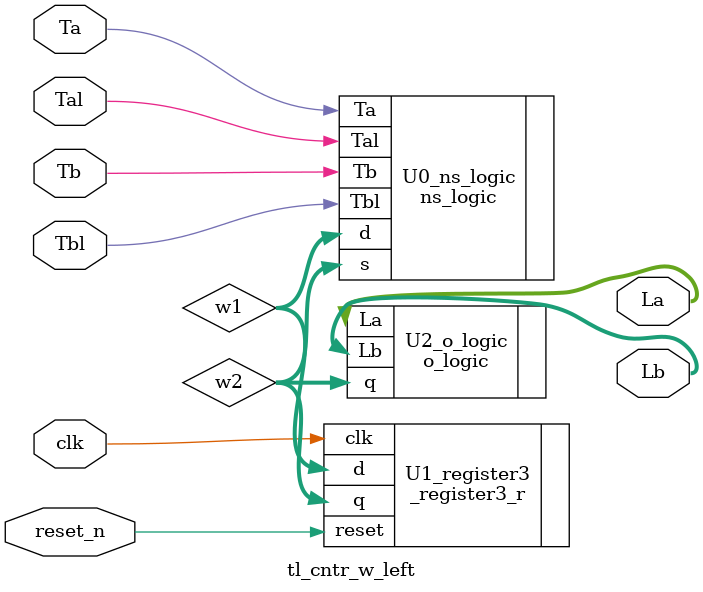
<source format=v>
module tl_cntr_w_left(clk,reset_n,Ta,Tal,Tb,Tbl,La,Lb); //The tl_cntr_left
	input clk,reset_n,Ta,Tb,Tal,Tbl; //inputs
	output [1:0]La,Lb; //outputs
	wire [2:0]w1,w2; //wires
	
	ns_logic U0_ns_logic(.Ta(Ta),.Tal(Tal),.Tb(Tb),.Tbl(Tbl),.s(w2),.d(w1)); //next state
	_register3_r U1_register3(.clk(clk),.reset(reset_n),.d(w1),.q(w2)); //register
	o_logic U2_o_logic(.q(w2),.La(La),.Lb(Lb)); //output logic
endmodule
</source>
